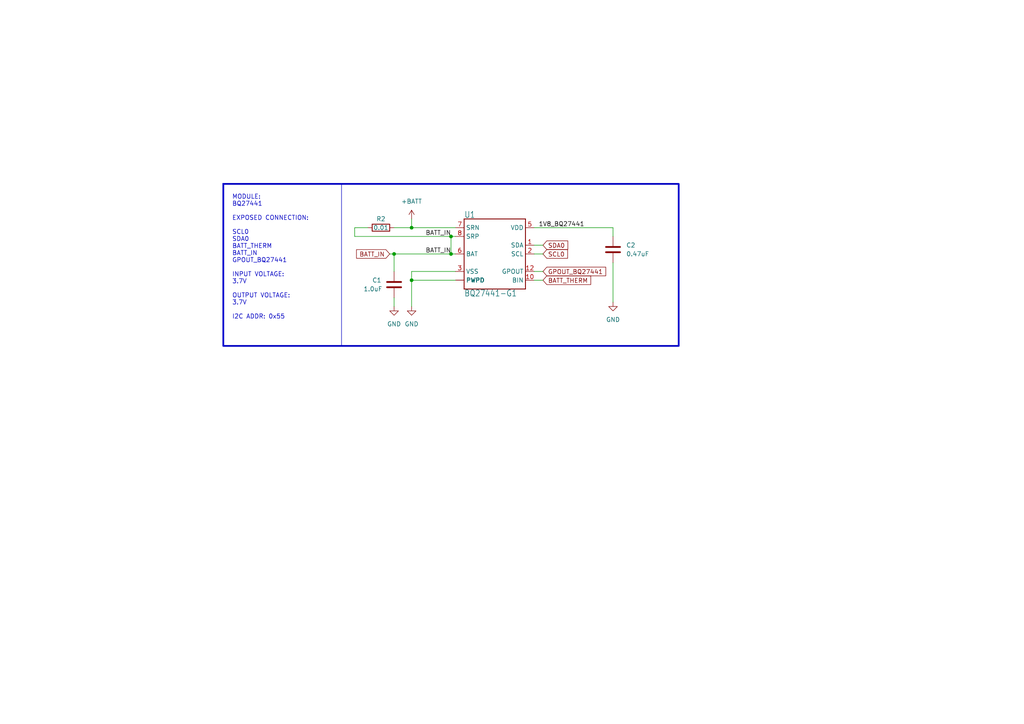
<source format=kicad_sch>
(kicad_sch (version 20230121) (generator eeschema)
  (paper "A4")
  (lib_symbols
    (symbol "Device:C" (pin_numbers hide) (pin_names (offset 0.254))
      (property "Reference" "C" (at 0.635 2.54 0))
      (property "Value" "C" (at 0.635 -2.54 0))
      (symbol "C_0_1"
        (polyline (pts (xy -2.032 -0.762) (xy 2.032 -0.762)) (stroke (width 0.508)))
        (polyline (pts (xy -2.032 0.762) (xy 2.032 0.762)) (stroke (width 0.508)))
      )
      (symbol "C_1_1"
        (pin passive line (at 0 3.81 270) (length 2.794) (name "~") (number "1"))
        (pin passive line (at 0 -3.81 90) (length 2.794) (name "~") (number "2"))
      )
    )
    (symbol "Device:R" (pin_numbers hide) (pin_names (offset 0))
      (property "Reference" "R" (at 2.032 0 90))
      (property "Value" "R" (at 0 0 90))
      (symbol "R_0_1"
        (rectangle (start -1.016 -2.54) (end 1.016 2.54) (stroke (width 0.254)))
      )
      (symbol "R_1_1"
        (pin passive line (at 0 3.81 270) (length 1.27) (name "~") (number "1"))
        (pin passive line (at 0 -3.81 90) (length 1.27) (name "~") (number "2"))
      )
    )
    (symbol "power:+BATT" (power) (pin_names (offset 0))
      (property "Value" "+BATT" (at 0 3.556 0))
      (symbol "+BATT_0_1"
        (polyline (pts (xy -0.762 1.27) (xy 0 2.54)))
        (polyline (pts (xy 0 0) (xy 0 2.54)))
        (polyline (pts (xy 0 2.54) (xy 0.762 1.27)))
      )
      (symbol "+BATT_1_1"
        (pin power_in line (at 0 0 90) (length 0) hide (name "+BATT") (number "1"))
      )
    )
    (symbol "power:GND" (power) (pin_names (offset 0))
      (property "Value" "GND" (at 0 -3.81 0))
      (symbol "GND_0_1"
        (polyline (pts (xy 0 0) (xy 0 -1.27) (xy 1.27 -1.27) (xy 0 -2.54) (xy -1.27 -1.27) (xy 0 -1.27)))
      )
      (symbol "GND_1_1"
        (pin power_in line (at 0 0 270) (length 0) hide (name "GND") (number "1"))
      )
    )
    (symbol "sparkfun-battery-babysitter-eagle-import:BQ27441-G1"
      (symbol "BQ27441-G1_1_0"
        (polyline (pts (xy -7.62 -10.16) (xy 10.16 -10.16)) (stroke (width 0.254)))
        (polyline (pts (xy -7.62 10.16) (xy -7.62 -10.16)) (stroke (width 0.254)))
        (polyline (pts (xy 10.16 -10.16) (xy 10.16 10.16)) (stroke (width 0.254)))
        (polyline (pts (xy 10.16 10.16) (xy -7.62 10.16)) (stroke (width 0.254)))
        (pin bidirectional line (at 12.7 2.54 180) (length 2.54) (name "SDA") (number "1"))
        (pin bidirectional line (at 12.7 -7.62 180) (length 2.54) (name "BIN") (number "10"))
        (pin bidirectional line (at 12.7 -5.08 180) (length 2.54) (name "GPOUT") (number "12"))
        (pin bidirectional line (at 12.7 0 180) (length 2.54) (name "SCL") (number "2"))
        (pin bidirectional line (at -10.16 -5.08 0) (length 2.54) (name "VSS") (number "3"))
        (pin bidirectional line (at 12.7 7.62 180) (length 2.54) (name "VDD") (number "5"))
        (pin bidirectional line (at -10.16 0 0) (length 2.54) (name "BAT") (number "6"))
        (pin bidirectional line (at -10.16 7.62 0) (length 2.54) (name "SRN") (number "7"))
        (pin bidirectional line (at -10.16 5.08 0) (length 2.54) (name "SRP") (number "8"))
        (pin bidirectional line (at -10.16 -7.62 0) (length 2.54) (name "PWPD") (number "EP"))
        (pin bidirectional line (at -10.16 -7.62 0) (length 2.54) (name "PWPD") (number "EP1"))
        (pin bidirectional line (at -10.16 -7.62 0) (length 2.54) (name "PWPD") (number "EP2"))
        (pin bidirectional line (at -10.16 -7.62 0) (length 2.54) (name "PWPD") (number "EP3"))
        (pin bidirectional line (at -10.16 -7.62 0) (length 2.54) (name "PWPD") (number "EP4"))
      )
    )
  )
  (junction (at 119.38 81.28))
  (junction (at 130.81 73.66))
  (junction (at 114.3 73.66))
  (junction (at 130.81 68.58))
  (junction (at 119.38 66.04))
  (wire (pts (xy 119.38 66.04) (xy 119.38 63.5)) (stroke (width 0.1524)))
  (wire (pts (xy 130.81 68.58) (xy 130.81 73.66)) (stroke (width 0.1524)))
  (wire (pts (xy 119.38 81.28) (xy 119.38 88.9)) (stroke (width 0.1524)))
  (wire (pts (xy 154.94 78.74) (xy 157.48 78.74)) (stroke (width 0.1524)))
  (wire (pts (xy 154.94 71.12) (xy 157.48 71.12)) (stroke (width 0.1524)))
  (wire (pts (xy 114.3 78.74) (xy 114.3 73.66)) (stroke (width 0.1524)))
  (wire (pts (xy 102.87 68.58) (xy 130.81 68.58)) (stroke (width 0.1524)))
  (wire (pts (xy 113.03 73.66) (xy 114.3 73.66)) (stroke (width 0.1524)))
  (wire (pts (xy 119.38 78.74) (xy 119.38 81.28)) (stroke (width 0.1524)))
  (wire (pts (xy 130.81 68.58) (xy 132.08 68.58)) (stroke (width 0.1524)))
  (wire (pts (xy 154.94 66.04) (xy 177.8 66.04)) (stroke (width 0.1524)))
  (wire (pts (xy 102.87 66.04) (xy 106.68 66.04)) (stroke (width 0.1524)))
  (wire (pts (xy 119.38 66.04) (xy 132.08 66.04)) (stroke (width 0.1524)))
  (wire (pts (xy 119.38 81.28) (xy 132.08 81.28)) (stroke (width 0.1524)))
  (wire (pts (xy 114.3 73.66) (xy 130.81 73.66)) (stroke (width 0.1524)))
  (wire (pts (xy 119.38 66.04) (xy 114.3 66.04)) (stroke (width 0.1524)))
  (wire (pts (xy 177.8 66.04) (xy 177.8 68.58)) (stroke (width 0.1524)))
  (wire (pts (xy 102.87 68.58) (xy 102.87 66.04)) (stroke (width 0.1524)))
  (wire (pts (xy 154.94 73.66) (xy 157.48 73.66)) (stroke (width 0.1524)))
  (wire (pts (xy 154.94 81.28) (xy 157.48 81.28)) (stroke (width 0.1524)))
  (wire (pts (xy 119.38 78.74) (xy 132.08 78.74)) (stroke (width 0.1524)))
  (wire (pts (xy 114.3 88.9) (xy 114.3 86.36)) (stroke (width 0.1524)))
  (wire (pts (xy 177.8 87.63) (xy 177.8 76.2)) (stroke (width 0.1524)))
  (wire (pts (xy 130.81 73.66) (xy 132.08 73.66)) (stroke (width 0.1524)))
  (rectangle (start 64.77 53.34) (end 196.85 100.33) (stroke (width 0.5)))
  (rectangle (start 64.77 53.34) (end 99.06 100.33))
  (text "MODULE:\nBQ27441\n\nEXPOSED CONNECTION: \n\nSCL0\nSDA0\nBATT_THERM\nBATT_IN\nGPOUT_BQ27441\n\nINPUT VOLTAGE:\n3.7V\n\nOUTPUT VOLTAGE:\n3.7V\n\nI2C ADDR: 0x55" (at 67.31 92.71 0) (effects (font (size 1.27 1.27)) (justify left bottom)))
  (label "BATT_IN" (at 130.81 68.58 180))
  (label "BATT_IN" (at 130.81 73.66 180))
  (label "1V8_BQ27441" (at 156.21 66.04 0))
  (global_label "GPOUT_BQ27441" (shape input) (at 157.48 78.74 0) (property "Intersheetrefs" "${INTERSHEET_REFS}" (effects hide)))
  (global_label "BATT_IN" (shape input) (at 113.03 73.66 180) (property "Intersheetrefs" "${INTERSHEET_REFS}" (effects hide)))
  (global_label "SCL0" (shape input) (at 157.48 73.66 0) (property "Intersheetrefs" "${INTERSHEET_REFS}" (effects hide)))
  (global_label "SDA0" (shape input) (at 157.48 71.12 0) (property "Intersheetrefs" "${INTERSHEET_REFS}" (effects hide)))
  (global_label "BATT_THERM" (shape input) (at 157.48 81.28 0) (property "Intersheetrefs" "${INTERSHEET_REFS}" (effects hide)))
  (symbol (lib_id "Device:C") (at 177.8 72.39 0) (unit 1)
    (property "Reference" "C2" (at 181.61 71.12 0) (effects (justify left)))
    (property "Value" "0.47uF" (at 181.61 73.66 0) (effects (justify left)))
    (property "Footprint" "Capacitor_SMD:C_0402_1005Metric" (effects hide))
  )
  (symbol (lib_id "power:GND") (at 119.38 88.9 0) (unit 1)
    (property "Reference" "#PWR01" (effects hide))
    (property "Value" "GND" (at 119.38 93.98 0))
  )
  (symbol (lib_id "Device:R") (at 110.49 66.04 90) (unit 1)
    (property "Reference" "R2" (at 110.49 63.5 90))
    (property "Value" "0.01" (at 110.49 66.04 90))
    (property "Footprint" "Resistor_SMD:R_1210_3225Metric" (effects hide))
  )
  (symbol (lib_id "power:GND") (at 114.3 88.9 0) (unit 1)
    (property "Reference" "#PWR02" (effects hide))
    (property "Value" "GND" (at 114.3 93.98 0))
  )
  (symbol (lib_id "power:+BATT") (at 119.38 63.5 0) (unit 1)
    (property "Reference" "#PWR04" (effects hide))
    (property "Value" "+BATT" (at 119.38 58.42 0))
  )
  (symbol (lib_id "Device:C") (at 114.3 82.55 0) (unit 1)
    (property "Reference" "C1" (at 107.95 81.28 0) (effects (justify left)))
    (property "Value" "1.0uF" (at 105.41 83.82 0) (effects (justify left)))
    (property "Footprint" "Capacitor_SMD:C_0402_1005Metric" (effects hide))
  )
  (symbol (lib_id "sparkfun-battery-babysitter-eagle-import:BQ27441-G1") (at 142.24 73.66 0) (unit 1)
    (property "Reference" "U1" (at 134.62 63.246 0) (effects (font (size 1.778 1.5113)) (justify left bottom)))
    (property "Value" "BQ27441-G1" (at 134.62 84.074 0) (effects (font (size 1.778 1.5113)) (justify left top)))
    (property "Footprint" "sparkfun-battery-babysitter:PDSO-N12" (effects hide))
    (property "PROD_ID" "IC-13220" (effects hide))
  )
  (symbol (lib_id "power:GND") (at 177.8 87.63 0) (unit 1)
    (property "Reference" "#PWR03" (effects hide))
    (property "Value" "GND" (at 177.8 92.71 0))
  )
)
</source>
